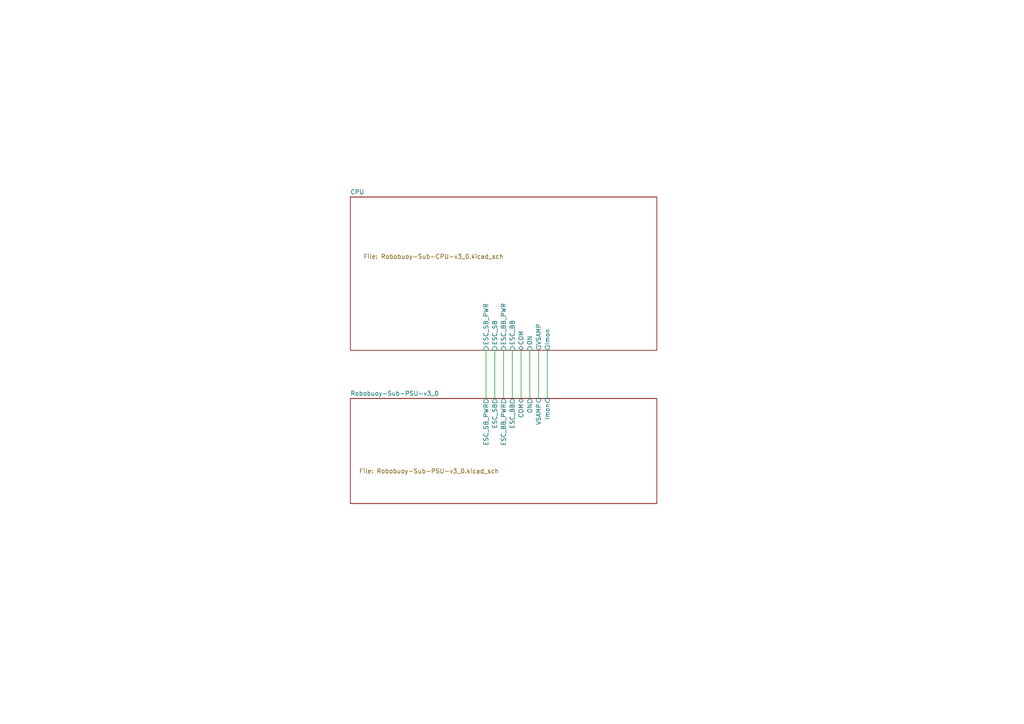
<source format=kicad_sch>
(kicad_sch
	(version 20250114)
	(generator "eeschema")
	(generator_version "9.0")
	(uuid "b4d50f7c-16b2-4c5a-bb6a-7ca43079286e")
	(paper "A4")
	(lib_symbols)
	(wire
		(pts
			(xy 143.51 101.6) (xy 143.51 115.57)
		)
		(stroke
			(width 0)
			(type default)
		)
		(uuid "08761a95-2345-4b0c-864b-9b3cf2dd8e1b")
	)
	(wire
		(pts
			(xy 158.75 101.6) (xy 158.75 115.57)
		)
		(stroke
			(width 0)
			(type default)
		)
		(uuid "487fdd7c-1338-492e-b9a5-a3bf6e285f1f")
	)
	(wire
		(pts
			(xy 153.67 101.6) (xy 153.67 115.57)
		)
		(stroke
			(width 0)
			(type default)
		)
		(uuid "5dfaedaa-663d-4d6d-bde8-c4d98e3e30a0")
	)
	(wire
		(pts
			(xy 156.21 101.6) (xy 156.21 115.57)
		)
		(stroke
			(width 0)
			(type default)
		)
		(uuid "8fc79c65-c4c9-4518-b40d-a98cc9cbe1bf")
	)
	(wire
		(pts
			(xy 140.97 101.6) (xy 140.97 115.57)
		)
		(stroke
			(width 0)
			(type default)
		)
		(uuid "9842c0a3-82df-4785-a40a-6b2a5f385c6c")
	)
	(wire
		(pts
			(xy 151.13 101.6) (xy 151.13 115.57)
		)
		(stroke
			(width 0)
			(type default)
		)
		(uuid "d9474710-0601-4d5a-9f20-d66c0123a1ab")
	)
	(wire
		(pts
			(xy 146.05 101.6) (xy 146.05 115.57)
		)
		(stroke
			(width 0)
			(type default)
		)
		(uuid "ea12b0ff-56d1-4723-b640-9cf9568510ad")
	)
	(wire
		(pts
			(xy 148.59 101.6) (xy 148.59 115.57)
		)
		(stroke
			(width 0)
			(type default)
		)
		(uuid "f3d9625c-0c6f-4bc8-90d6-4e0b6f571937")
	)
	(sheet
		(at 101.6 57.15)
		(size 88.9 44.45)
		(exclude_from_sim no)
		(in_bom yes)
		(on_board yes)
		(dnp no)
		(stroke
			(width 0.1524)
			(type solid)
		)
		(fill
			(color 0 0 0 0.0000)
		)
		(uuid "e351be3e-b038-437a-bd8d-55f566134198")
		(property "Sheetname" "CPU"
			(at 101.6 56.4384 0)
			(effects
				(font
					(size 1.27 1.27)
				)
				(justify left bottom)
			)
		)
		(property "Sheetfile" "Robobuoy-Sub-CPU-v3_0.kicad_sch"
			(at 105.41 73.66 0)
			(effects
				(font
					(size 1.27 1.27)
				)
				(justify left top)
			)
		)
		(pin "COM" bidirectional
			(at 151.13 101.6 270)
			(uuid "da709ce7-8e29-43c7-be2a-cb887aa7d6ed")
			(effects
				(font
					(size 1.27 1.27)
				)
				(justify left)
			)
		)
		(pin "ESC_BB" input
			(at 148.59 101.6 270)
			(uuid "82b8bd02-a857-4283-843b-3f1484e0da1b")
			(effects
				(font
					(size 1.27 1.27)
				)
				(justify left)
			)
		)
		(pin "ESC_BB_PWR" input
			(at 146.05 101.6 270)
			(uuid "37baf632-81de-4a55-b26c-d5a2f674de64")
			(effects
				(font
					(size 1.27 1.27)
				)
				(justify left)
			)
		)
		(pin "ESC_SB" input
			(at 143.51 101.6 270)
			(uuid "f2094155-debb-48e4-b2f1-ddc389518a4d")
			(effects
				(font
					(size 1.27 1.27)
				)
				(justify left)
			)
		)
		(pin "ESC_SB_PWR" input
			(at 140.97 101.6 270)
			(uuid "514efa3b-f315-4643-b8fa-d1752e3a8e7b")
			(effects
				(font
					(size 1.27 1.27)
				)
				(justify left)
			)
		)
		(pin "ON" input
			(at 153.67 101.6 270)
			(uuid "7db73e3b-72c0-4578-aefc-809b7d429d57")
			(effects
				(font
					(size 1.27 1.27)
				)
				(justify left)
			)
		)
		(pin "VSAMP" output
			(at 156.21 101.6 270)
			(uuid "46a1d5ee-1e10-437e-8334-5ab2e7df4559")
			(effects
				(font
					(size 1.27 1.27)
				)
				(justify left)
			)
		)
		(pin "Imon" output
			(at 158.75 101.6 270)
			(uuid "fa9768d5-ccca-4a51-aacb-06adbdf4fcf2")
			(effects
				(font
					(size 1.27 1.27)
				)
				(justify left)
			)
		)
		(instances
			(project "Robobuoy-Sub-v3_0"
				(path "/b4d50f7c-16b2-4c5a-bb6a-7ca43079286e"
					(page "2")
				)
			)
		)
	)
	(sheet
		(at 101.6 115.57)
		(size 88.9 30.48)
		(exclude_from_sim no)
		(in_bom yes)
		(on_board yes)
		(dnp no)
		(stroke
			(width 0.1524)
			(type solid)
		)
		(fill
			(color 0 0 0 0.0000)
		)
		(uuid "e8e88f69-617e-405f-9f66-88500cf97ba8")
		(property "Sheetname" "Robobuoy-Sub-PSU-v3_0"
			(at 101.6 114.8584 0)
			(effects
				(font
					(size 1.27 1.27)
				)
				(justify left bottom)
			)
		)
		(property "Sheetfile" "Robobuoy-Sub-PSU-v3_0.kicad_sch"
			(at 104.14 135.89 0)
			(effects
				(font
					(size 1.27 1.27)
				)
				(justify left top)
			)
		)
		(pin "COM" bidirectional
			(at 151.13 115.57 90)
			(uuid "ed698b7f-fb09-4acc-808f-74d0b4e4efc3")
			(effects
				(font
					(size 1.27 1.27)
				)
				(justify right)
			)
		)
		(pin "ESC_BB" output
			(at 148.59 115.57 90)
			(uuid "d6859b88-74b3-4452-9896-56e590e2e67f")
			(effects
				(font
					(size 1.27 1.27)
				)
				(justify right)
			)
		)
		(pin "ESC_BB_PWR" output
			(at 146.05 115.57 90)
			(uuid "a7c939b4-75ab-4e72-b2f6-a16a9ced62e3")
			(effects
				(font
					(size 1.27 1.27)
				)
				(justify right)
			)
		)
		(pin "ESC_SB" output
			(at 143.51 115.57 90)
			(uuid "203fd9d9-4823-4aa6-9a30-ee5f3cecefbf")
			(effects
				(font
					(size 1.27 1.27)
				)
				(justify right)
			)
		)
		(pin "ESC_SB_PWR" output
			(at 140.97 115.57 90)
			(uuid "2c6cf858-4fd5-4996-bbc5-08e6a393a371")
			(effects
				(font
					(size 1.27 1.27)
				)
				(justify right)
			)
		)
		(pin "ON" output
			(at 153.67 115.57 90)
			(uuid "f957aec6-9097-4338-9c43-4b6a178f4b86")
			(effects
				(font
					(size 1.27 1.27)
				)
				(justify right)
			)
		)
		(pin "VSAMP" input
			(at 156.21 115.57 90)
			(uuid "43c10e8b-4fc2-46ec-989a-585be326414c")
			(effects
				(font
					(size 1.27 1.27)
				)
				(justify right)
			)
		)
		(pin "Imon" input
			(at 158.75 115.57 90)
			(uuid "d241ad79-5418-4f51-9d7a-a1991edad284")
			(effects
				(font
					(size 1.27 1.27)
				)
				(justify right)
			)
		)
		(instances
			(project "Robobuoy-Sub-v3_0"
				(path "/b4d50f7c-16b2-4c5a-bb6a-7ca43079286e"
					(page "3")
				)
			)
		)
	)
	(sheet_instances
		(path "/"
			(page "1")
		)
	)
	(embedded_fonts no)
)

</source>
